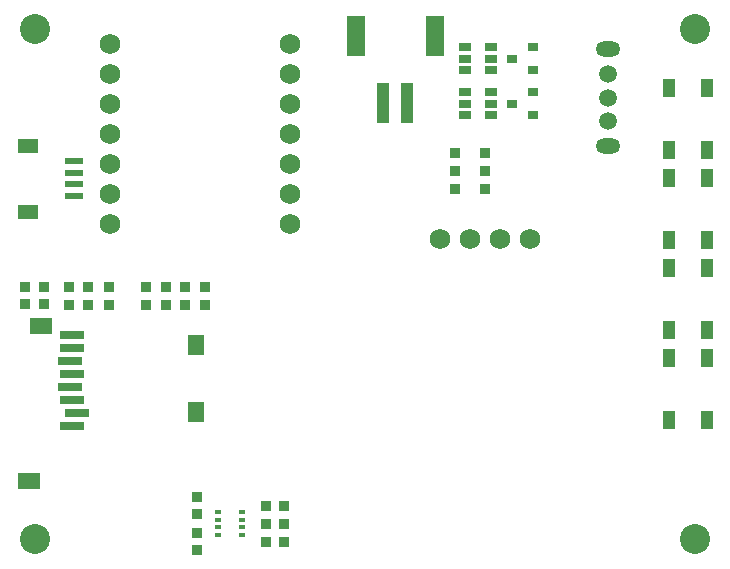
<source format=gbr>
%TF.GenerationSoftware,KiCad,Pcbnew,9.0.6*%
%TF.CreationDate,2026-01-30T18:10:03-05:00*%
%TF.ProjectId,destinationWeatherStation_v4-5,64657374-696e-4617-9469-6f6e57656174,03*%
%TF.SameCoordinates,Original*%
%TF.FileFunction,Soldermask,Top*%
%TF.FilePolarity,Negative*%
%FSLAX46Y46*%
G04 Gerber Fmt 4.6, Leading zero omitted, Abs format (unit mm)*
G04 Created by KiCad (PCBNEW 9.0.6) date 2026-01-30 18:10:03*
%MOMM*%
%LPD*%
G01*
G04 APERTURE LIST*
%ADD10R,1.000000X1.550000*%
%ADD11R,0.972000X0.802000*%
%ADD12C,2.540000*%
%ADD13R,0.929000X0.820000*%
%ADD14R,0.970000X0.871000*%
%ADD15R,1.500000X3.400000*%
%ADD16R,1.000000X3.500000*%
%ADD17R,1.000000X0.700000*%
%ADD18R,2.000000X0.800000*%
%ADD19R,1.400000X1.800000*%
%ADD20R,1.900000X1.400000*%
%ADD21R,0.820000X0.929000*%
%ADD22C,1.750000*%
%ADD23R,1.800000X1.200000*%
%ADD24R,1.550000X0.600000*%
%ADD25R,0.500000X0.350000*%
%ADD26O,2.100000X1.300000*%
%ADD27C,1.500000*%
G04 APERTURE END LIST*
D10*
%TO.C,SW5*%
X173685000Y-102785000D03*
X173685000Y-108035000D03*
X170485000Y-102785000D03*
X170485000Y-108035000D03*
%TD*%
%TO.C,SW3*%
X173685000Y-87545000D03*
X173685000Y-92795000D03*
X170485000Y-87545000D03*
X170485000Y-92795000D03*
%TD*%
%TO.C,SW2*%
X173685000Y-79925000D03*
X173685000Y-85175000D03*
X170485000Y-79925000D03*
X170485000Y-85175000D03*
%TD*%
D11*
%TO.C,Q2*%
X159000000Y-78420000D03*
X159000000Y-76520000D03*
X157230000Y-77470000D03*
%TD*%
D12*
%TO.C,H1*%
X116840000Y-74930000D03*
%TD*%
D13*
%TO.C,R12*%
X154939000Y-85485000D03*
X154939000Y-86995000D03*
X154939000Y-88505000D03*
%TD*%
D14*
%TO.C,C2*%
X130556000Y-117602000D03*
X130556000Y-119102000D03*
%TD*%
D15*
%TO.C,J1*%
X150670000Y-75520000D03*
X143970000Y-75520000D03*
D16*
X148320000Y-81270000D03*
X146320000Y-81270000D03*
%TD*%
D17*
%TO.C,Q4*%
X155405000Y-78420000D03*
X155405000Y-77470000D03*
X155405000Y-76520000D03*
X153205000Y-76520000D03*
X153205000Y-77470000D03*
X153205000Y-78420000D03*
%TD*%
D18*
%TO.C,J2*%
X119948000Y-108595000D03*
X120348000Y-107495000D03*
X119948000Y-106395000D03*
X119748000Y-105295000D03*
X119948000Y-104195000D03*
X119748000Y-103095000D03*
X119948000Y-101995000D03*
X119948000Y-100895000D03*
D19*
X130498000Y-101705000D03*
X130498000Y-107405000D03*
D20*
X117348000Y-100105000D03*
X116348000Y-113255000D03*
%TD*%
D10*
%TO.C,SW4*%
X173685000Y-95165000D03*
X173685000Y-100415000D03*
X170485000Y-95165000D03*
X170485000Y-100415000D03*
%TD*%
D21*
%TO.C,R10*%
X137910000Y-118364000D03*
X136400000Y-118364000D03*
%TD*%
D13*
%TO.C,R5*%
X127889000Y-96781000D03*
X127889000Y-98291000D03*
%TD*%
D14*
%TO.C,C4*%
X117602000Y-98286000D03*
X117602000Y-96786000D03*
%TD*%
D12*
%TO.C,H4*%
X172720000Y-118110000D03*
%TD*%
D13*
%TO.C,R3*%
X121343000Y-96781000D03*
X121343000Y-98291000D03*
%TD*%
D22*
%TO.C,U1*%
X123190000Y-76200000D03*
X123190000Y-78740000D03*
X123190000Y-81280000D03*
X123190000Y-83820000D03*
X123190000Y-86360000D03*
X123190000Y-88900000D03*
X123190000Y-91440000D03*
X138430000Y-91440000D03*
X138430000Y-88900000D03*
X138430000Y-86360000D03*
X138430000Y-83820000D03*
X138430000Y-81280000D03*
X138430000Y-78740000D03*
X138430000Y-76200000D03*
%TD*%
D23*
%TO.C,J3*%
X116235000Y-84830000D03*
X116235000Y-90430000D03*
D24*
X120110000Y-86130000D03*
X120110000Y-87130000D03*
X120110000Y-88130000D03*
X120110000Y-89130000D03*
%TD*%
D13*
%TO.C,R1*%
X131191000Y-96781000D03*
X131191000Y-98291000D03*
%TD*%
D25*
%TO.C,U2*%
X134375000Y-115865000D03*
X134375000Y-116515000D03*
X134375000Y-117165000D03*
X134375000Y-117815000D03*
X132325000Y-117815000D03*
X132325000Y-117165000D03*
X132325000Y-116515000D03*
X132325000Y-115865000D03*
%TD*%
D11*
%TO.C,Q1*%
X159000000Y-82230000D03*
X159000000Y-80330000D03*
X157230000Y-81280000D03*
%TD*%
D13*
%TO.C,R2*%
X119692000Y-96781000D03*
X119692000Y-98291000D03*
%TD*%
D22*
%TO.C,U3*%
X151130000Y-92710000D03*
X153670000Y-92710000D03*
X156210000Y-92710000D03*
X158750000Y-92710000D03*
%TD*%
D21*
%TO.C,R9*%
X137920000Y-116840000D03*
X136410000Y-116840000D03*
%TD*%
D13*
%TO.C,R6*%
X126238000Y-96781000D03*
X126238000Y-98291000D03*
%TD*%
D26*
%TO.C,SW1*%
X165354000Y-84872000D03*
X165354000Y-76672000D03*
D27*
X165354000Y-82772000D03*
X165354000Y-80772000D03*
X165354000Y-78772000D03*
%TD*%
D12*
%TO.C,H3*%
X116840000Y-118110000D03*
%TD*%
D13*
%TO.C,R7*%
X129540000Y-96781000D03*
X129540000Y-98291000D03*
%TD*%
%TO.C,R11*%
X152400000Y-85485000D03*
X152400000Y-86995000D03*
X152400000Y-88505000D03*
%TD*%
D21*
%TO.C,R8*%
X137920000Y-115316000D03*
X136410000Y-115316000D03*
%TD*%
D14*
%TO.C,C1*%
X130556000Y-114566000D03*
X130556000Y-116066000D03*
%TD*%
D13*
%TO.C,R4*%
X123063000Y-96781000D03*
X123063000Y-98291000D03*
%TD*%
D14*
%TO.C,C3*%
X115951000Y-98286000D03*
X115951000Y-96786000D03*
%TD*%
D17*
%TO.C,Q3*%
X155405000Y-82230000D03*
X155405000Y-81280000D03*
X155405000Y-80330000D03*
X153205000Y-80330000D03*
X153205000Y-81280000D03*
X153205000Y-82230000D03*
%TD*%
D12*
%TO.C,H2*%
X172720000Y-74930000D03*
%TD*%
M02*

</source>
